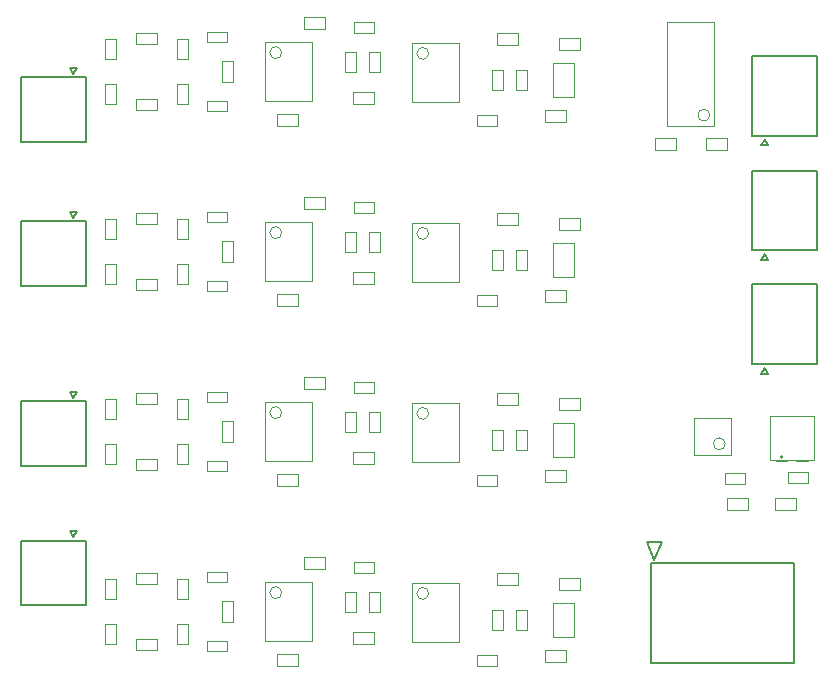
<source format=gbr>
%TF.GenerationSoftware,Altium Limited,Altium Designer,22.5.1 (42)*%
G04 Layer_Color=16711935*
%FSLAX45Y45*%
%MOMM*%
%TF.SameCoordinates,176CDB2E-7B72-45DB-8ACB-ACD3A9543041*%
%TF.FilePolarity,Positive*%
%TF.FileFunction,Other,Mechanical_13*%
%TF.Part,Single*%
G01*
G75*
%TA.AperFunction,NonConductor*%
%ADD39C,0.12700*%
%ADD48C,0.10000*%
%ADD49C,0.00000*%
%ADD50C,0.02540*%
D39*
X541500Y5384200D02*
X571500Y5334200D01*
X601500Y5384200D01*
X541500D02*
X601500D01*
X126500Y4754200D02*
X676500D01*
Y5304200D01*
X126500D02*
X676500D01*
X126500Y4754200D02*
Y5304200D01*
Y3535509D02*
Y4085508D01*
X676500D01*
Y3535509D02*
Y4085508D01*
X126500Y3535509D02*
X676500D01*
X541500Y4165509D02*
X601500D01*
X571500Y4115508D02*
X601500Y4165509D01*
X541500D02*
X571500Y4115508D01*
X541500Y2641509D02*
X571500Y2591508D01*
X601500Y2641509D01*
X541500D02*
X601500D01*
X126500Y2011509D02*
X676500D01*
Y2561508D01*
X126500D02*
X676500D01*
X126500Y2011509D02*
Y2561508D01*
Y831900D02*
Y1381900D01*
X676500D01*
Y831900D02*
Y1381900D01*
X126500Y831900D02*
X676500D01*
X541500Y1461900D02*
X601500D01*
X571500Y1411900D02*
X601500Y1461900D01*
X541500D02*
X571500Y1411900D01*
X5428800Y1365799D02*
X5492300Y1213399D01*
X5428800Y1365799D02*
X5555800D01*
X5492300Y1213399D02*
X5555800Y1365799D01*
X6676300Y344001D02*
Y1187999D01*
X5460300D02*
X6676300D01*
X5460300Y344001D02*
Y1187999D01*
Y344001D02*
X6676300D01*
X6426200Y4777000D02*
X6456200Y4727000D01*
X6396200D02*
X6426200Y4777000D01*
X6396200Y4727000D02*
X6456200D01*
X6321200Y5482000D02*
X6871200D01*
X6321200Y4807000D02*
Y5482000D01*
Y4807000D02*
X6871200D01*
Y5482000D01*
Y3837800D02*
Y4512800D01*
X6321200Y3837800D02*
X6871200D01*
X6321200D02*
Y4512800D01*
X6871200D01*
X6396200Y3757800D02*
X6456200D01*
X6396200D02*
X6426200Y3807800D01*
X6456200Y3757800D01*
X6426200Y2844600D02*
X6456200Y2794600D01*
X6396200D02*
X6426200Y2844600D01*
X6396200Y2794600D02*
X6456200D01*
X6321200Y3549600D02*
X6871200D01*
X6321200Y2874600D02*
Y3549600D01*
Y2874600D02*
X6871200D01*
Y3549600D01*
D48*
X2335748Y941008D02*
G03*
X2335748Y941008I-50000J0D01*
G01*
X5960100Y4984000D02*
G03*
X5960100Y4984000I-50000J0D01*
G01*
X6091700Y2200600D02*
G03*
X6091700Y2200600I-50000J0D01*
G01*
X3581100Y3982700D02*
G03*
X3581100Y3982700I-50000J0D01*
G01*
X2335748Y3989008D02*
G03*
X2335748Y3989008I-50000J0D01*
G01*
X3581100Y934700D02*
G03*
X3581100Y934700I-50000J0D01*
G01*
Y5506700D02*
G03*
X3581100Y5506700I-50000J0D01*
G01*
X2335748Y5513008D02*
G03*
X2335748Y5513008I-50000J0D01*
G01*
Y2465008D02*
G03*
X2335748Y2465008I-50000J0D01*
G01*
X3581100Y2458700D02*
G03*
X3581100Y2458700I-50000J0D01*
G01*
X2195748Y531008D02*
X2595748D01*
X2195748Y1031008D02*
X2595748D01*
Y531008D02*
Y1031008D01*
X2195748Y531008D02*
Y1031008D01*
X6000100Y4894000D02*
Y5774000D01*
X5600100Y4894000D02*
Y5774000D01*
Y4894000D02*
X6000100D01*
X5600100Y5774000D02*
X6000100D01*
X5494200Y4787100D02*
X5674200D01*
X5494200Y4687100D02*
X5674200D01*
X5494200D02*
Y4787100D01*
X5674200Y4687100D02*
Y4787100D01*
X5926000Y4687100D02*
X6106000D01*
X5926000Y4787100D02*
X6106000D01*
Y4687100D02*
Y4787100D01*
X5926000Y4687100D02*
Y4787100D01*
X5826700Y2415600D02*
X6136700D01*
X5826700Y2105600D02*
X6136700D01*
X5826700D02*
Y2415600D01*
X6136700Y2105600D02*
Y2415600D01*
X6514000Y1639100D02*
X6694000D01*
X6514000Y1739100D02*
X6694000D01*
Y1639100D02*
Y1739100D01*
X6514000Y1639100D02*
Y1739100D01*
X6107600Y1739100D02*
X6287600D01*
X6107600Y1639100D02*
X6287600D01*
X6107600D02*
Y1739100D01*
X6287600Y1639100D02*
Y1739100D01*
X4630600Y3614200D02*
Y3904200D01*
X4810600Y3614200D02*
Y3904200D01*
X4630600D02*
X4810600D01*
X4630600Y3614200D02*
X4810600D01*
X3441100Y3572700D02*
Y4072700D01*
X3841100Y3572700D02*
Y4072700D01*
X3441100D02*
X3841100D01*
X3441100Y3572700D02*
X3841100D01*
X2195748Y3579008D02*
X2595748D01*
X2195748Y4079008D02*
X2595748D01*
Y3579008D02*
Y4079008D01*
X2195748Y3579008D02*
Y4079008D01*
X2872200Y3826600D02*
Y3996600D01*
X2962200Y3826600D02*
Y3996600D01*
X2872200Y3826600D02*
X2962200D01*
X2872200Y3996600D02*
X2962200D01*
X3987900Y3371300D02*
X4157900D01*
X3987900Y3461300D02*
X4157900D01*
Y3371300D02*
Y3461300D01*
X3987900Y3371300D02*
Y3461300D01*
X4206800Y3674200D02*
Y3844200D01*
X4116800Y3674200D02*
Y3844200D01*
X4206800D01*
X4116800Y3674200D02*
X4206800D01*
X3165400Y3826600D02*
Y3996600D01*
X3075400Y3826600D02*
Y3996600D01*
X3165400D01*
X3075400Y3826600D02*
X3165400D01*
X2946500Y4248700D02*
X3116500D01*
X2946500Y4158700D02*
X3116500D01*
X2946500D02*
Y4248700D01*
X3116500Y4158700D02*
Y4248700D01*
X4410000Y3674200D02*
Y3844200D01*
X4320000Y3674200D02*
Y3844200D01*
X4410000D01*
X4320000Y3674200D02*
X4410000D01*
X1701148Y3581909D02*
X1871148D01*
X1701148Y3491908D02*
X1871148D01*
X1701148D02*
Y3581909D01*
X1871148Y3491908D02*
Y3581909D01*
X1920049Y3744009D02*
Y3914008D01*
X1830049Y3744009D02*
Y3914008D01*
X1920049D01*
X1830049Y3744009D02*
X1920049D01*
X1539049Y3553509D02*
Y3723508D01*
X1449049Y3553509D02*
Y3723508D01*
X1539049D01*
X1449049Y3553509D02*
X1539049D01*
X929449D02*
Y3723508D01*
X839449Y3553509D02*
Y3723508D01*
X929449D01*
X839449Y3553509D02*
X929449D01*
X1701148Y4166109D02*
X1871148D01*
X1701148Y4076108D02*
X1871148D01*
X1701148D02*
Y4166109D01*
X1871148Y4076108D02*
Y4166109D01*
X1449048Y3934508D02*
Y4104508D01*
X1539048Y3934508D02*
Y4104508D01*
X1449048Y3934508D02*
X1539048D01*
X1449048Y4104508D02*
X1539048D01*
X839448Y3934508D02*
Y4104508D01*
X929448Y3934508D02*
Y4104508D01*
X839448Y3934508D02*
X929448D01*
X839448Y4104508D02*
X929448D01*
X4160700Y4152100D02*
X4340700D01*
X4160700Y4052100D02*
X4340700D01*
X4160700D02*
Y4152100D01*
X4340700Y4052100D02*
Y4152100D01*
X2941500Y3556800D02*
X3121500D01*
X2941500Y3656800D02*
X3121500D01*
Y3556800D02*
Y3656800D01*
X2941500Y3556800D02*
Y3656800D01*
X4681400Y4014000D02*
X4861400D01*
X4681400Y4114000D02*
X4861400D01*
Y4014000D02*
Y4114000D01*
X4681400Y4014000D02*
Y4114000D01*
X4567100Y3404400D02*
X4747100D01*
X4567100Y3504400D02*
X4747100D01*
Y3404400D02*
Y3504400D01*
X4567100Y3404400D02*
Y3504400D01*
X2522400Y4191800D02*
X2702400D01*
X2522400Y4291800D02*
X2702400D01*
Y4191800D02*
Y4291800D01*
X2522400Y4191800D02*
Y4291800D01*
X2293800Y3366300D02*
X2473800D01*
X2293800Y3466300D02*
X2473800D01*
Y3366300D02*
Y3466300D01*
X2293800Y3366300D02*
Y3466300D01*
X1099248Y3499608D02*
X1279248D01*
X1099248Y3599608D02*
X1279248D01*
Y3499608D02*
Y3599608D01*
X1099248Y3499608D02*
Y3599608D01*
Y4058408D02*
X1279248D01*
X1099248Y4158408D02*
X1279248D01*
Y4058408D02*
Y4158408D01*
X1099248Y4058408D02*
Y4158408D01*
X3987900Y323300D02*
Y413300D01*
X4157900Y323300D02*
Y413300D01*
X3987900D02*
X4157900D01*
X3987900Y323300D02*
X4157900D01*
X6620600Y1872700D02*
Y1962700D01*
X6790600Y1872700D02*
Y1962700D01*
X6620600D02*
X6790600D01*
X6620600Y1872700D02*
X6790600D01*
X6257200Y1860000D02*
Y1950000D01*
X6087200Y1860000D02*
Y1950000D01*
Y1860000D02*
X6257200D01*
X6087200Y1950000D02*
X6257200D01*
X3987900Y4895300D02*
Y4985300D01*
X4157900Y4895300D02*
Y4985300D01*
X3987900D02*
X4157900D01*
X3987900Y4895300D02*
X4157900D01*
X4630600Y566200D02*
Y856200D01*
X4810600Y566200D02*
Y856200D01*
X4630600D02*
X4810600D01*
X4630600Y566200D02*
X4810600D01*
X3441100Y524700D02*
Y1024700D01*
X3841100Y524700D02*
Y1024700D01*
X3441100D02*
X3841100D01*
X3441100Y524700D02*
X3841100D01*
X2872200Y778600D02*
Y948600D01*
X2962200Y778600D02*
Y948600D01*
X2872200Y778600D02*
X2962200D01*
X2872200Y948600D02*
X2962200D01*
X4206800Y626200D02*
Y796200D01*
X4116800Y626200D02*
Y796200D01*
X4206800D01*
X4116800Y626200D02*
X4206800D01*
X3165400Y778600D02*
Y948600D01*
X3075400Y778600D02*
Y948600D01*
X3165400D01*
X3075400Y778600D02*
X3165400D01*
X2946500Y1200700D02*
X3116500D01*
X2946500Y1110700D02*
X3116500D01*
X2946500D02*
Y1200700D01*
X3116500Y1110700D02*
Y1200700D01*
X4410000Y626200D02*
Y796200D01*
X4320000Y626200D02*
Y796200D01*
X4410000D01*
X4320000Y626200D02*
X4410000D01*
X1701148Y533909D02*
X1871148D01*
X1701148Y443908D02*
X1871148D01*
X1701148D02*
Y533909D01*
X1871148Y443908D02*
Y533909D01*
X1920049Y696009D02*
Y866008D01*
X1830049Y696009D02*
Y866008D01*
X1920049D01*
X1830049Y696009D02*
X1920049D01*
X1539049Y505509D02*
Y675508D01*
X1449049Y505509D02*
Y675508D01*
X1539049D01*
X1449049Y505509D02*
X1539049D01*
X929449D02*
Y675508D01*
X839449Y505509D02*
Y675508D01*
X929449D01*
X839449Y505509D02*
X929449D01*
X1701148Y1118109D02*
X1871148D01*
X1701148Y1028108D02*
X1871148D01*
X1701148D02*
Y1118109D01*
X1871148Y1028108D02*
Y1118109D01*
X1449048Y886508D02*
Y1056508D01*
X1539048Y886508D02*
Y1056508D01*
X1449048Y886508D02*
X1539048D01*
X1449048Y1056508D02*
X1539048D01*
X839448Y886508D02*
Y1056508D01*
X929448Y886508D02*
Y1056508D01*
X839448Y886508D02*
X929448D01*
X839448Y1056508D02*
X929448D01*
X4160700Y1104100D02*
X4340700D01*
X4160700Y1004100D02*
X4340700D01*
X4160700D02*
Y1104100D01*
X4340700Y1004100D02*
Y1104100D01*
X2941500Y508800D02*
X3121500D01*
X2941500Y608800D02*
X3121500D01*
Y508800D02*
Y608800D01*
X2941500Y508800D02*
Y608800D01*
X4681400Y966000D02*
X4861400D01*
X4681400Y1066000D02*
X4861400D01*
Y966000D02*
Y1066000D01*
X4681400Y966000D02*
Y1066000D01*
X4567100Y356400D02*
X4747100D01*
X4567100Y456400D02*
X4747100D01*
Y356400D02*
Y456400D01*
X4567100Y356400D02*
Y456400D01*
X2522400Y1143800D02*
X2702400D01*
X2522400Y1243800D02*
X2702400D01*
Y1143800D02*
Y1243800D01*
X2522400Y1143800D02*
Y1243800D01*
X2293800Y318300D02*
X2473800D01*
X2293800Y418300D02*
X2473800D01*
Y318300D02*
Y418300D01*
X2293800Y318300D02*
Y418300D01*
X1099248Y451608D02*
X1279248D01*
X1099248Y551608D02*
X1279248D01*
Y451608D02*
Y551608D01*
X1099248Y451608D02*
Y551608D01*
Y1010408D02*
X1279248D01*
X1099248Y1110408D02*
X1279248D01*
Y1010408D02*
Y1110408D01*
X1099248Y1010408D02*
Y1110408D01*
X4630600Y5138200D02*
Y5428200D01*
X4810600Y5138200D02*
Y5428200D01*
X4630600D02*
X4810600D01*
X4630600Y5138200D02*
X4810600D01*
X3441100Y5096700D02*
Y5596700D01*
X3841100Y5096700D02*
Y5596700D01*
X3441100D02*
X3841100D01*
X3441100Y5096700D02*
X3841100D01*
X2195748Y5103008D02*
Y5603008D01*
X2595748Y5103008D02*
Y5603008D01*
X2195748D02*
X2595748D01*
X2195748Y5103008D02*
X2595748D01*
X2872200Y5350600D02*
Y5520600D01*
X2962200Y5350600D02*
Y5520600D01*
X2872200Y5350600D02*
X2962200D01*
X2872200Y5520600D02*
X2962200D01*
X4206800Y5198200D02*
Y5368200D01*
X4116800Y5198200D02*
Y5368200D01*
X4206800D01*
X4116800Y5198200D02*
X4206800D01*
X3165400Y5350600D02*
Y5520600D01*
X3075400Y5350600D02*
Y5520600D01*
X3165400D01*
X3075400Y5350600D02*
X3165400D01*
X2946500Y5772700D02*
X3116500D01*
X2946500Y5682700D02*
X3116500D01*
X2946500D02*
Y5772700D01*
X3116500Y5682700D02*
Y5772700D01*
X4410000Y5198200D02*
Y5368200D01*
X4320000Y5198200D02*
Y5368200D01*
X4410000D01*
X4320000Y5198200D02*
X4410000D01*
X1701148Y5105909D02*
X1871148D01*
X1701148Y5015908D02*
X1871148D01*
X1701148D02*
Y5105909D01*
X1871148Y5015908D02*
Y5105909D01*
X1920049Y5268009D02*
Y5438008D01*
X1830049Y5268009D02*
Y5438008D01*
X1920049D01*
X1830049Y5268009D02*
X1920049D01*
X1539049Y5077509D02*
Y5247508D01*
X1449049Y5077509D02*
Y5247508D01*
X1539049D01*
X1449049Y5077509D02*
X1539049D01*
X929449D02*
Y5247508D01*
X839449Y5077509D02*
Y5247508D01*
X929449D01*
X839449Y5077509D02*
X929449D01*
X1701148Y5690109D02*
X1871148D01*
X1701148Y5600108D02*
X1871148D01*
X1701148D02*
Y5690109D01*
X1871148Y5600108D02*
Y5690109D01*
X1449048Y5458508D02*
Y5628508D01*
X1539048Y5458508D02*
Y5628508D01*
X1449048Y5458508D02*
X1539048D01*
X1449048Y5628508D02*
X1539048D01*
X839448Y5458508D02*
Y5628508D01*
X929448Y5458508D02*
Y5628508D01*
X839448Y5458508D02*
X929448D01*
X839448Y5628508D02*
X929448D01*
X4160700Y5676100D02*
X4340700D01*
X4160700Y5576100D02*
X4340700D01*
X4160700D02*
Y5676100D01*
X4340700Y5576100D02*
Y5676100D01*
X2941500Y5080800D02*
X3121500D01*
X2941500Y5180800D02*
X3121500D01*
Y5080800D02*
Y5180800D01*
X2941500Y5080800D02*
Y5180800D01*
X4681400Y5538000D02*
X4861400D01*
X4681400Y5638000D02*
X4861400D01*
Y5538000D02*
Y5638000D01*
X4681400Y5538000D02*
Y5638000D01*
X4567100Y4928400D02*
X4747100D01*
X4567100Y5028400D02*
X4747100D01*
Y4928400D02*
Y5028400D01*
X4567100Y4928400D02*
Y5028400D01*
X2522400Y5715800D02*
X2702400D01*
X2522400Y5815800D02*
X2702400D01*
Y5715800D02*
Y5815800D01*
X2522400Y5715800D02*
Y5815800D01*
X2293800Y4890300D02*
X2473800D01*
X2293800Y4990300D02*
X2473800D01*
Y4890300D02*
Y4990300D01*
X2293800Y4890300D02*
Y4990300D01*
X1099248Y5023608D02*
X1279248D01*
X1099248Y5123608D02*
X1279248D01*
Y5023608D02*
Y5123608D01*
X1099248Y5023608D02*
Y5123608D01*
Y5582408D02*
X1279248D01*
X1099248Y5682408D02*
X1279248D01*
Y5582408D02*
Y5682408D01*
X1099248Y5582408D02*
Y5682408D01*
Y2534408D02*
Y2634408D01*
X1279248Y2534408D02*
Y2634408D01*
X1099248D02*
X1279248D01*
X1099248Y2534408D02*
X1279248D01*
X1099248Y1975608D02*
Y2075608D01*
X1279248Y1975608D02*
Y2075608D01*
X1099248D02*
X1279248D01*
X1099248Y1975608D02*
X1279248D01*
X2293800Y1842300D02*
Y1942300D01*
X2473800Y1842300D02*
Y1942300D01*
X2293800D02*
X2473800D01*
X2293800Y1842300D02*
X2473800D01*
X2522400Y2667800D02*
Y2767800D01*
X2702400Y2667800D02*
Y2767800D01*
X2522400D02*
X2702400D01*
X2522400Y2667800D02*
X2702400D01*
X4567100Y1880400D02*
Y1980400D01*
X4747100Y1880400D02*
Y1980400D01*
X4567100D02*
X4747100D01*
X4567100Y1880400D02*
X4747100D01*
X4681400Y2490000D02*
Y2590000D01*
X4861400Y2490000D02*
Y2590000D01*
X4681400D02*
X4861400D01*
X4681400Y2490000D02*
X4861400D01*
X2941500Y2032800D02*
Y2132800D01*
X3121500Y2032800D02*
Y2132800D01*
X2941500D02*
X3121500D01*
X2941500Y2032800D02*
X3121500D01*
X4340700Y2528100D02*
Y2628100D01*
X4160700Y2528100D02*
Y2628100D01*
Y2528100D02*
X4340700D01*
X4160700Y2628100D02*
X4340700D01*
X839448Y2580508D02*
X929448D01*
X839448Y2410508D02*
X929448D01*
Y2580508D01*
X839448Y2410508D02*
Y2580508D01*
X1449048D02*
X1539048D01*
X1449048Y2410508D02*
X1539048D01*
Y2580508D01*
X1449048Y2410508D02*
Y2580508D01*
X1871148Y2552108D02*
Y2642109D01*
X1701148Y2552108D02*
Y2642109D01*
Y2552108D02*
X1871148D01*
X1701148Y2642109D02*
X1871148D01*
X839449Y2029509D02*
X929449D01*
X839449Y2199508D02*
X929449D01*
X839449Y2029509D02*
Y2199508D01*
X929449Y2029509D02*
Y2199508D01*
X1449049Y2029509D02*
X1539049D01*
X1449049Y2199508D02*
X1539049D01*
X1449049Y2029509D02*
Y2199508D01*
X1539049Y2029509D02*
Y2199508D01*
X1830049Y2220009D02*
X1920049D01*
X1830049Y2390008D02*
X1920049D01*
X1830049Y2220009D02*
Y2390008D01*
X1920049Y2220009D02*
Y2390008D01*
X1871148Y1967908D02*
Y2057909D01*
X1701148Y1967908D02*
Y2057909D01*
Y1967908D02*
X1871148D01*
X1701148Y2057909D02*
X1871148D01*
X4320000Y2150200D02*
X4410000D01*
X4320000Y2320200D02*
X4410000D01*
X4320000Y2150200D02*
Y2320200D01*
X4410000Y2150200D02*
Y2320200D01*
X3116500Y2634700D02*
Y2724700D01*
X2946500Y2634700D02*
Y2724700D01*
Y2634700D02*
X3116500D01*
X2946500Y2724700D02*
X3116500D01*
X3075400Y2302600D02*
X3165400D01*
X3075400Y2472600D02*
X3165400D01*
X3075400Y2302600D02*
Y2472600D01*
X3165400Y2302600D02*
Y2472600D01*
X4116800Y2150200D02*
X4206800D01*
X4116800Y2320200D02*
X4206800D01*
X4116800Y2150200D02*
Y2320200D01*
X4206800Y2150200D02*
Y2320200D01*
X3987900Y1847300D02*
Y1937300D01*
X4157900Y1847300D02*
Y1937300D01*
X3987900D02*
X4157900D01*
X3987900Y1847300D02*
X4157900D01*
X2872200Y2472600D02*
X2962200D01*
X2872200Y2302600D02*
X2962200D01*
Y2472600D01*
X2872200Y2302600D02*
Y2472600D01*
X2195748Y2055008D02*
X2595748D01*
X2195748Y2555008D02*
X2595748D01*
Y2055008D02*
Y2555008D01*
X2195748Y2055008D02*
Y2555008D01*
X3441100Y2048700D02*
X3841100D01*
X3441100Y2548700D02*
X3841100D01*
Y2048700D02*
Y2548700D01*
X3441100Y2048700D02*
Y2548700D01*
X4630600Y2090200D02*
X4810600D01*
X4630600Y2380200D02*
X4810600D01*
Y2090200D02*
Y2380200D01*
X4630600Y2090200D02*
Y2380200D01*
D49*
X6580505Y2085340D02*
G03*
X6580505Y2085340I-12700J0D01*
G01*
D50*
X6469380Y2059940D02*
X6840220D01*
X6469380Y2435860D02*
X6840220D01*
Y2059940D02*
Y2435860D01*
X6469380Y2059940D02*
Y2435860D01*
X6790055Y2057400D02*
Y2059940D01*
X6693535Y2057400D02*
X6790055D01*
X6693535D02*
Y2059940D01*
X6790055D01*
X6616065Y2057400D02*
Y2059940D01*
X6519545Y2057400D02*
X6616065D01*
X6519545D02*
Y2059940D01*
X6616065D01*
X6579870Y2435860D02*
Y2438400D01*
X6729730D01*
Y2435860D02*
Y2438400D01*
X6579870Y2435860D02*
X6729730D01*
%TF.MD5,f9a47e7fa13cb05877ad0f86515ffd8c*%
M02*

</source>
